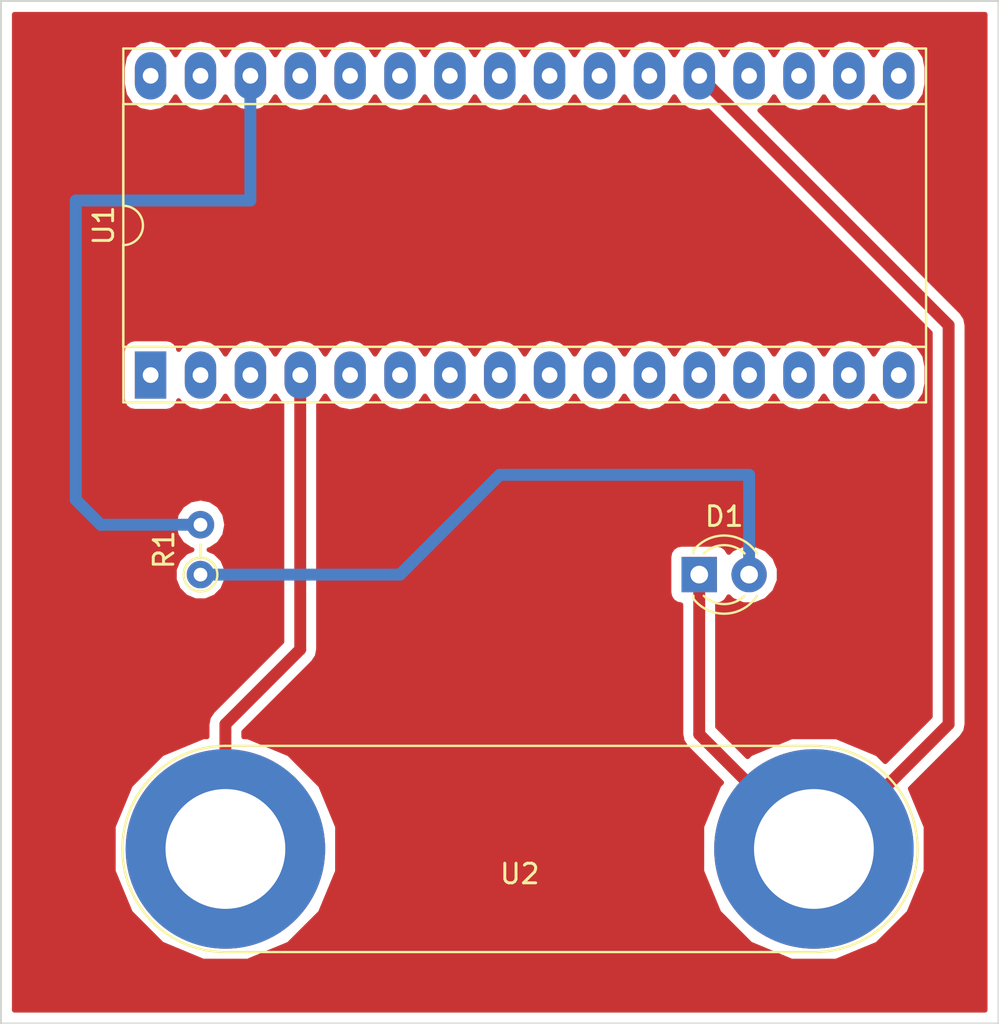
<source format=kicad_pcb>
(kicad_pcb (version 4) (host pcbnew 4.0.6)

  (general
    (links 5)
    (no_connects 0)
    (area 109.169999 96.469999 160.070001 148.640001)
    (thickness 1.6)
    (drawings 5)
    (tracks 18)
    (zones 0)
    (modules 4)
    (nets 34)
  )

  (page A4)
  (title_block
    (title "Hello Worl")
    (date 2017-04-24)
    (comment 1 "Blinking and LED with an Atmega328p")
  )

  (layers
    (0 F.Cu signal)
    (31 B.Cu signal)
    (32 B.Adhes user)
    (33 F.Adhes user)
    (34 B.Paste user)
    (35 F.Paste user)
    (36 B.SilkS user)
    (37 F.SilkS user)
    (38 B.Mask user)
    (39 F.Mask user)
    (40 Dwgs.User user)
    (41 Cmts.User user)
    (42 Eco1.User user)
    (43 Eco2.User user)
    (44 Edge.Cuts user)
    (45 Margin user)
    (46 B.CrtYd user)
    (47 F.CrtYd user)
    (48 B.Fab user)
    (49 F.Fab user)
  )

  (setup
    (last_trace_width 0.606)
    (user_trace_width 0.606)
    (trace_clearance 0.2)
    (zone_clearance 0.508)
    (zone_45_only yes)
    (trace_min 0.2)
    (segment_width 0.2)
    (edge_width 0.1)
    (via_size 0.6)
    (via_drill 0.4)
    (via_min_size 0.4)
    (via_min_drill 0.3)
    (uvia_size 0.3)
    (uvia_drill 0.1)
    (uvias_allowed no)
    (uvia_min_size 0.2)
    (uvia_min_drill 0.1)
    (pcb_text_width 0.3)
    (pcb_text_size 1.5 1.5)
    (mod_edge_width 0.15)
    (mod_text_size 1 1)
    (mod_text_width 0.15)
    (pad_size 1.5 1.5)
    (pad_drill 0.6)
    (pad_to_mask_clearance 0)
    (aux_axis_origin 0 0)
    (visible_elements FFFFFF7F)
    (pcbplotparams
      (layerselection 0x00030_80000001)
      (usegerberextensions false)
      (excludeedgelayer true)
      (linewidth 0.100000)
      (plotframeref false)
      (viasonmask false)
      (mode 1)
      (useauxorigin false)
      (hpglpennumber 1)
      (hpglpenspeed 20)
      (hpglpendiameter 15)
      (hpglpenoverlay 2)
      (psnegative false)
      (psa4output false)
      (plotreference true)
      (plotvalue true)
      (plotinvisibletext false)
      (padsonsilk false)
      (subtractmaskfromsilk false)
      (outputformat 1)
      (mirror false)
      (drillshape 1)
      (scaleselection 1)
      (outputdirectory ""))
  )

  (net 0 "")
  (net 1 GND)
  (net 2 "Net-(D1-Pad2)")
  (net 3 "Net-(R1-Pad2)")
  (net 4 "Net-(U1-Pad1)")
  (net 5 "Net-(U1-Pad17)")
  (net 6 "Net-(U1-Pad2)")
  (net 7 "Net-(U1-Pad18)")
  (net 8 "Net-(U1-Pad3)")
  (net 9 "Net-(U1-Pad19)")
  (net 10 +5V)
  (net 11 "Net-(U1-Pad20)")
  (net 12 "Net-(U1-Pad5)")
  (net 13 "Net-(U1-Pad6)")
  (net 14 "Net-(U1-Pad22)")
  (net 15 "Net-(U1-Pad7)")
  (net 16 "Net-(U1-Pad23)")
  (net 17 "Net-(U1-Pad8)")
  (net 18 "Net-(U1-Pad24)")
  (net 19 "Net-(U1-Pad9)")
  (net 20 "Net-(U1-Pad25)")
  (net 21 "Net-(U1-Pad10)")
  (net 22 "Net-(U1-Pad26)")
  (net 23 "Net-(U1-Pad11)")
  (net 24 "Net-(U1-Pad27)")
  (net 25 "Net-(U1-Pad12)")
  (net 26 "Net-(U1-Pad28)")
  (net 27 "Net-(U1-Pad13)")
  (net 28 "Net-(U1-Pad29)")
  (net 29 "Net-(U1-Pad14)")
  (net 30 "Net-(U1-Pad15)")
  (net 31 "Net-(U1-Pad31)")
  (net 32 "Net-(U1-Pad16)")
  (net 33 "Net-(U1-Pad32)")

  (net_class Default "This is the default net class."
    (clearance 0.2)
    (trace_width 0.25)
    (via_dia 0.6)
    (via_drill 0.4)
    (uvia_dia 0.3)
    (uvia_drill 0.1)
  )

  (net_class power ""
    (clearance 0.2)
    (trace_width 0.6096)
    (via_dia 0.6)
    (via_drill 0.4)
    (uvia_dia 0.3)
    (uvia_drill 0.1)
    (add_net +5V)
    (add_net GND)
    (add_net "Net-(D1-Pad2)")
    (add_net "Net-(R1-Pad2)")
    (add_net "Net-(U1-Pad1)")
    (add_net "Net-(U1-Pad10)")
    (add_net "Net-(U1-Pad11)")
    (add_net "Net-(U1-Pad12)")
    (add_net "Net-(U1-Pad13)")
    (add_net "Net-(U1-Pad14)")
    (add_net "Net-(U1-Pad15)")
    (add_net "Net-(U1-Pad16)")
    (add_net "Net-(U1-Pad17)")
    (add_net "Net-(U1-Pad18)")
    (add_net "Net-(U1-Pad19)")
    (add_net "Net-(U1-Pad2)")
    (add_net "Net-(U1-Pad20)")
    (add_net "Net-(U1-Pad22)")
    (add_net "Net-(U1-Pad23)")
    (add_net "Net-(U1-Pad24)")
    (add_net "Net-(U1-Pad25)")
    (add_net "Net-(U1-Pad26)")
    (add_net "Net-(U1-Pad27)")
    (add_net "Net-(U1-Pad28)")
    (add_net "Net-(U1-Pad29)")
    (add_net "Net-(U1-Pad3)")
    (add_net "Net-(U1-Pad31)")
    (add_net "Net-(U1-Pad32)")
    (add_net "Net-(U1-Pad5)")
    (add_net "Net-(U1-Pad6)")
    (add_net "Net-(U1-Pad7)")
    (add_net "Net-(U1-Pad8)")
    (add_net "Net-(U1-Pad9)")
  )

  (module LEDs:LED_D3.0mm (layer F.Cu) (tedit 587A3A7B) (tstamp 58FE5895)
    (at 144.78 125.73)
    (descr "LED, diameter 3.0mm, 2 pins")
    (tags "LED diameter 3.0mm 2 pins")
    (path /58FE4B9C)
    (fp_text reference D1 (at 1.27 -2.96) (layer F.SilkS)
      (effects (font (size 1 1) (thickness 0.15)))
    )
    (fp_text value LED (at 1.27 2.96) (layer F.Fab)
      (effects (font (size 1 1) (thickness 0.15)))
    )
    (fp_arc (start 1.27 0) (end -0.23 -1.16619) (angle 284.3) (layer F.Fab) (width 0.1))
    (fp_arc (start 1.27 0) (end -0.29 -1.235516) (angle 108.8) (layer F.SilkS) (width 0.12))
    (fp_arc (start 1.27 0) (end -0.29 1.235516) (angle -108.8) (layer F.SilkS) (width 0.12))
    (fp_arc (start 1.27 0) (end 0.229039 -1.08) (angle 87.9) (layer F.SilkS) (width 0.12))
    (fp_arc (start 1.27 0) (end 0.229039 1.08) (angle -87.9) (layer F.SilkS) (width 0.12))
    (fp_circle (center 1.27 0) (end 2.77 0) (layer F.Fab) (width 0.1))
    (fp_line (start -0.23 -1.16619) (end -0.23 1.16619) (layer F.Fab) (width 0.1))
    (fp_line (start -0.29 -1.236) (end -0.29 -1.08) (layer F.SilkS) (width 0.12))
    (fp_line (start -0.29 1.08) (end -0.29 1.236) (layer F.SilkS) (width 0.12))
    (fp_line (start -1.15 -2.25) (end -1.15 2.25) (layer F.CrtYd) (width 0.05))
    (fp_line (start -1.15 2.25) (end 3.7 2.25) (layer F.CrtYd) (width 0.05))
    (fp_line (start 3.7 2.25) (end 3.7 -2.25) (layer F.CrtYd) (width 0.05))
    (fp_line (start 3.7 -2.25) (end -1.15 -2.25) (layer F.CrtYd) (width 0.05))
    (pad 1 thru_hole rect (at 0 0) (size 1.8 1.8) (drill 0.9) (layers *.Cu *.Mask)
      (net 1 GND))
    (pad 2 thru_hole circle (at 2.54 0) (size 1.8 1.8) (drill 0.9) (layers *.Cu *.Mask)
      (net 2 "Net-(D1-Pad2)"))
    (model LEDs.3dshapes/LED_D3.0mm.wrl
      (at (xyz 0 0 0))
      (scale (xyz 0.393701 0.393701 0.393701))
      (rotate (xyz 0 0 0))
    )
  )

  (module Resistors_THT:R_Axial_DIN0204_L3.6mm_D1.6mm_P2.54mm_Vertical (layer F.Cu) (tedit 5874F706) (tstamp 58FE589B)
    (at 119.38 125.73 90)
    (descr "Resistor, Axial_DIN0204 series, Axial, Vertical, pin pitch=2.54mm, 0.16666666666666666W = 1/6W, length*diameter=3.6*1.6mm^2, http://cdn-reichelt.de/documents/datenblatt/B400/1_4W%23YAG.pdf")
    (tags "Resistor Axial_DIN0204 series Axial Vertical pin pitch 2.54mm 0.16666666666666666W = 1/6W length 3.6mm diameter 1.6mm")
    (path /58FE4AB2)
    (fp_text reference R1 (at 1.27 -1.86 90) (layer F.SilkS)
      (effects (font (size 1 1) (thickness 0.15)))
    )
    (fp_text value 1k (at 1.27 1.86 90) (layer F.Fab)
      (effects (font (size 1 1) (thickness 0.15)))
    )
    (fp_circle (center 0 0) (end 0.8 0) (layer F.Fab) (width 0.1))
    (fp_circle (center 0 0) (end 0.86 0) (layer F.SilkS) (width 0.12))
    (fp_line (start 0 0) (end 2.54 0) (layer F.Fab) (width 0.1))
    (fp_line (start 0.86 0) (end 1.54 0) (layer F.SilkS) (width 0.12))
    (fp_line (start -1.15 -1.15) (end -1.15 1.15) (layer F.CrtYd) (width 0.05))
    (fp_line (start -1.15 1.15) (end 3.55 1.15) (layer F.CrtYd) (width 0.05))
    (fp_line (start 3.55 1.15) (end 3.55 -1.15) (layer F.CrtYd) (width 0.05))
    (fp_line (start 3.55 -1.15) (end -1.15 -1.15) (layer F.CrtYd) (width 0.05))
    (pad 1 thru_hole circle (at 0 0 90) (size 1.4 1.4) (drill 0.7) (layers *.Cu *.Mask)
      (net 2 "Net-(D1-Pad2)"))
    (pad 2 thru_hole oval (at 2.54 0 90) (size 1.4 1.4) (drill 0.7) (layers *.Cu *.Mask)
      (net 3 "Net-(R1-Pad2)"))
    (model Resistors_THT.3dshapes/R_Axial_DIN0204_L3.6mm_D1.6mm_P2.54mm_Vertical.wrl
      (at (xyz 0 0 0))
      (scale (xyz 0.393701 0.393701 0.393701))
      (rotate (xyz 0 0 0))
    )
  )

  (module Housings_DIP:DIP-32_W15.24mm_Socket_LongPads (layer F.Cu) (tedit 586281B5) (tstamp 58FE58BF)
    (at 116.84 115.57 90)
    (descr "32-lead dip package, row spacing 15.24 mm (600 mils), Socket, LongPads")
    (tags "DIL DIP PDIP 2.54mm 15.24mm 600mil Socket LongPads")
    (path /58FE4926)
    (fp_text reference U1 (at 7.62 -2.39 90) (layer F.SilkS)
      (effects (font (size 1 1) (thickness 0.15)))
    )
    (fp_text value ATMEGA328P-AU (at 7.62 40.49 90) (layer F.Fab)
      (effects (font (size 1 1) (thickness 0.15)))
    )
    (fp_arc (start 7.62 -1.39) (end 6.62 -1.39) (angle -180) (layer F.SilkS) (width 0.12))
    (fp_line (start 1.255 -1.27) (end 14.985 -1.27) (layer F.Fab) (width 0.1))
    (fp_line (start 14.985 -1.27) (end 14.985 39.37) (layer F.Fab) (width 0.1))
    (fp_line (start 14.985 39.37) (end 0.255 39.37) (layer F.Fab) (width 0.1))
    (fp_line (start 0.255 39.37) (end 0.255 -0.27) (layer F.Fab) (width 0.1))
    (fp_line (start 0.255 -0.27) (end 1.255 -1.27) (layer F.Fab) (width 0.1))
    (fp_line (start -1.27 -1.27) (end -1.27 39.37) (layer F.Fab) (width 0.1))
    (fp_line (start -1.27 39.37) (end 16.51 39.37) (layer F.Fab) (width 0.1))
    (fp_line (start 16.51 39.37) (end 16.51 -1.27) (layer F.Fab) (width 0.1))
    (fp_line (start 16.51 -1.27) (end -1.27 -1.27) (layer F.Fab) (width 0.1))
    (fp_line (start 6.62 -1.39) (end 1.44 -1.39) (layer F.SilkS) (width 0.12))
    (fp_line (start 1.44 -1.39) (end 1.44 39.49) (layer F.SilkS) (width 0.12))
    (fp_line (start 1.44 39.49) (end 13.8 39.49) (layer F.SilkS) (width 0.12))
    (fp_line (start 13.8 39.49) (end 13.8 -1.39) (layer F.SilkS) (width 0.12))
    (fp_line (start 13.8 -1.39) (end 8.62 -1.39) (layer F.SilkS) (width 0.12))
    (fp_line (start -1.39 -1.39) (end -1.39 39.49) (layer F.SilkS) (width 0.12))
    (fp_line (start -1.39 39.49) (end 16.63 39.49) (layer F.SilkS) (width 0.12))
    (fp_line (start 16.63 39.49) (end 16.63 -1.39) (layer F.SilkS) (width 0.12))
    (fp_line (start 16.63 -1.39) (end -1.39 -1.39) (layer F.SilkS) (width 0.12))
    (fp_line (start -1.7 -1.7) (end -1.7 39.8) (layer F.CrtYd) (width 0.05))
    (fp_line (start -1.7 39.8) (end 16.9 39.8) (layer F.CrtYd) (width 0.05))
    (fp_line (start 16.9 39.8) (end 16.9 -1.7) (layer F.CrtYd) (width 0.05))
    (fp_line (start 16.9 -1.7) (end -1.7 -1.7) (layer F.CrtYd) (width 0.05))
    (pad 1 thru_hole rect (at 0 0 90) (size 2.4 1.6) (drill 0.8) (layers *.Cu *.Mask)
      (net 4 "Net-(U1-Pad1)"))
    (pad 17 thru_hole oval (at 15.24 38.1 90) (size 2.4 1.6) (drill 0.8) (layers *.Cu *.Mask)
      (net 5 "Net-(U1-Pad17)"))
    (pad 2 thru_hole oval (at 0 2.54 90) (size 2.4 1.6) (drill 0.8) (layers *.Cu *.Mask)
      (net 6 "Net-(U1-Pad2)"))
    (pad 18 thru_hole oval (at 15.24 35.56 90) (size 2.4 1.6) (drill 0.8) (layers *.Cu *.Mask)
      (net 7 "Net-(U1-Pad18)"))
    (pad 3 thru_hole oval (at 0 5.08 90) (size 2.4 1.6) (drill 0.8) (layers *.Cu *.Mask)
      (net 8 "Net-(U1-Pad3)"))
    (pad 19 thru_hole oval (at 15.24 33.02 90) (size 2.4 1.6) (drill 0.8) (layers *.Cu *.Mask)
      (net 9 "Net-(U1-Pad19)"))
    (pad 4 thru_hole oval (at 0 7.62 90) (size 2.4 1.6) (drill 0.8) (layers *.Cu *.Mask)
      (net 10 +5V))
    (pad 20 thru_hole oval (at 15.24 30.48 90) (size 2.4 1.6) (drill 0.8) (layers *.Cu *.Mask)
      (net 11 "Net-(U1-Pad20)"))
    (pad 5 thru_hole oval (at 0 10.16 90) (size 2.4 1.6) (drill 0.8) (layers *.Cu *.Mask)
      (net 12 "Net-(U1-Pad5)"))
    (pad 21 thru_hole oval (at 15.24 27.94 90) (size 2.4 1.6) (drill 0.8) (layers *.Cu *.Mask)
      (net 1 GND))
    (pad 6 thru_hole oval (at 0 12.7 90) (size 2.4 1.6) (drill 0.8) (layers *.Cu *.Mask)
      (net 13 "Net-(U1-Pad6)"))
    (pad 22 thru_hole oval (at 15.24 25.4 90) (size 2.4 1.6) (drill 0.8) (layers *.Cu *.Mask)
      (net 14 "Net-(U1-Pad22)"))
    (pad 7 thru_hole oval (at 0 15.24 90) (size 2.4 1.6) (drill 0.8) (layers *.Cu *.Mask)
      (net 15 "Net-(U1-Pad7)"))
    (pad 23 thru_hole oval (at 15.24 22.86 90) (size 2.4 1.6) (drill 0.8) (layers *.Cu *.Mask)
      (net 16 "Net-(U1-Pad23)"))
    (pad 8 thru_hole oval (at 0 17.78 90) (size 2.4 1.6) (drill 0.8) (layers *.Cu *.Mask)
      (net 17 "Net-(U1-Pad8)"))
    (pad 24 thru_hole oval (at 15.24 20.32 90) (size 2.4 1.6) (drill 0.8) (layers *.Cu *.Mask)
      (net 18 "Net-(U1-Pad24)"))
    (pad 9 thru_hole oval (at 0 20.32 90) (size 2.4 1.6) (drill 0.8) (layers *.Cu *.Mask)
      (net 19 "Net-(U1-Pad9)"))
    (pad 25 thru_hole oval (at 15.24 17.78 90) (size 2.4 1.6) (drill 0.8) (layers *.Cu *.Mask)
      (net 20 "Net-(U1-Pad25)"))
    (pad 10 thru_hole oval (at 0 22.86 90) (size 2.4 1.6) (drill 0.8) (layers *.Cu *.Mask)
      (net 21 "Net-(U1-Pad10)"))
    (pad 26 thru_hole oval (at 15.24 15.24 90) (size 2.4 1.6) (drill 0.8) (layers *.Cu *.Mask)
      (net 22 "Net-(U1-Pad26)"))
    (pad 11 thru_hole oval (at 0 25.4 90) (size 2.4 1.6) (drill 0.8) (layers *.Cu *.Mask)
      (net 23 "Net-(U1-Pad11)"))
    (pad 27 thru_hole oval (at 15.24 12.7 90) (size 2.4 1.6) (drill 0.8) (layers *.Cu *.Mask)
      (net 24 "Net-(U1-Pad27)"))
    (pad 12 thru_hole oval (at 0 27.94 90) (size 2.4 1.6) (drill 0.8) (layers *.Cu *.Mask)
      (net 25 "Net-(U1-Pad12)"))
    (pad 28 thru_hole oval (at 15.24 10.16 90) (size 2.4 1.6) (drill 0.8) (layers *.Cu *.Mask)
      (net 26 "Net-(U1-Pad28)"))
    (pad 13 thru_hole oval (at 0 30.48 90) (size 2.4 1.6) (drill 0.8) (layers *.Cu *.Mask)
      (net 27 "Net-(U1-Pad13)"))
    (pad 29 thru_hole oval (at 15.24 7.62 90) (size 2.4 1.6) (drill 0.8) (layers *.Cu *.Mask)
      (net 28 "Net-(U1-Pad29)"))
    (pad 14 thru_hole oval (at 0 33.02 90) (size 2.4 1.6) (drill 0.8) (layers *.Cu *.Mask)
      (net 29 "Net-(U1-Pad14)"))
    (pad 30 thru_hole oval (at 15.24 5.08 90) (size 2.4 1.6) (drill 0.8) (layers *.Cu *.Mask)
      (net 3 "Net-(R1-Pad2)"))
    (pad 15 thru_hole oval (at 0 35.56 90) (size 2.4 1.6) (drill 0.8) (layers *.Cu *.Mask)
      (net 30 "Net-(U1-Pad15)"))
    (pad 31 thru_hole oval (at 15.24 2.54 90) (size 2.4 1.6) (drill 0.8) (layers *.Cu *.Mask)
      (net 31 "Net-(U1-Pad31)"))
    (pad 16 thru_hole oval (at 0 38.1 90) (size 2.4 1.6) (drill 0.8) (layers *.Cu *.Mask)
      (net 32 "Net-(U1-Pad16)"))
    (pad 32 thru_hole oval (at 15.24 0 90) (size 2.4 1.6) (drill 0.8) (layers *.Cu *.Mask)
      (net 33 "Net-(U1-Pad32)"))
    (model Housings_DIP.3dshapes/DIP-32_W15.24mm_Socket_LongPads.wrl
      (at (xyz 0 0 0))
      (scale (xyz 1 1 1))
      (rotate (xyz 0 0 0))
    )
  )

  (module Connectors:Banana_Jack_2Pin (layer F.Cu) (tedit 58613A91) (tstamp 58FE5FA3)
    (at 120.65 139.7)
    (descr "Dual banana socket, footprint - 2 x 6mm drills")
    (tags "banana socket")
    (path /58FE635C)
    (fp_text reference U2 (at 14.99 1.27) (layer F.SilkS)
      (effects (font (size 1 1) (thickness 0.15)))
    )
    (fp_text value myConn2 (at 14.99 -1.27) (layer F.Fab)
      (effects (font (size 1 1) (thickness 0.15)))
    )
    (fp_line (start 30 -5.5) (end 0 -5.5) (layer F.CrtYd) (width 0.05))
    (fp_line (start 0 5.5) (end 30 5.5) (layer F.CrtYd) (width 0.05))
    (fp_line (start 0 5.25) (end 30 5.25) (layer F.SilkS) (width 0.12))
    (fp_line (start 30 -5.25) (end 0 -5.25) (layer F.SilkS) (width 0.12))
    (fp_circle (center 30 0) (end 32 0) (layer F.Fab) (width 0.1))
    (fp_circle (center 0 0) (end 2 0) (layer F.Fab) (width 0.1))
    (fp_circle (center 0 0) (end 4.75 0) (layer F.Fab) (width 0.1))
    (fp_circle (center 30 0) (end 34.75 0) (layer F.Fab) (width 0.1))
    (fp_arc (start 0 0) (end 0 5.5) (angle 180) (layer F.CrtYd) (width 0.05))
    (fp_arc (start 30 0) (end 30 -5.5) (angle 180) (layer F.CrtYd) (width 0.05))
    (fp_arc (start 30 0) (end 30 -5.25) (angle 180) (layer F.SilkS) (width 0.12))
    (fp_arc (start 0 0) (end 0 5.25) (angle 180) (layer F.SilkS) (width 0.12))
    (pad 1 thru_hole circle (at 0 0) (size 10.16 10.16) (drill 6.1) (layers *.Cu *.Mask)
      (net 10 +5V))
    (pad 2 thru_hole circle (at 29.97 0) (size 10.16 10.16) (drill 6.1) (layers *.Cu *.Mask)
      (net 1 GND))
    (model Connectors.3dshapes/Banana_Jack_2Pin.wrl
      (at (xyz 0.59 0 0))
      (scale (xyz 2 2 2))
      (rotate (xyz 0 0 0))
    )
  )

  (gr_line (start 109.22 96.52) (end 109.22 99.06) (angle 90) (layer Edge.Cuts) (width 0.1))
  (gr_line (start 160.02 96.52) (end 109.22 96.52) (angle 90) (layer Edge.Cuts) (width 0.1))
  (gr_line (start 160.02 148.59) (end 160.02 96.52) (angle 90) (layer Edge.Cuts) (width 0.1))
  (gr_line (start 109.22 148.59) (end 160.02 148.59) (angle 90) (layer Edge.Cuts) (width 0.1))
  (gr_line (start 109.22 99.06) (end 109.22 148.59) (angle 90) (layer Edge.Cuts) (width 0.1))

  (segment (start 157.48 133.35) (end 157.48 113.03) (width 0.606) (layer F.Cu) (net 1))
  (segment (start 151.13 139.7) (end 157.48 133.35) (width 0.606) (layer F.Cu) (net 1) (tstamp 58FE6C79) (status 400000))
  (segment (start 157.48 113.03) (end 144.78 100.33) (width 0.606) (layer F.Cu) (net 1) (tstamp 58FE6C7F) (status 800000))
  (segment (start 150.62 139.7) (end 151.13 139.7) (width 0.606) (layer F.Cu) (net 1) (status C00000))
  (segment (start 144.78 125.73) (end 144.78 133.86) (width 0.606) (layer F.Cu) (net 1) (status 400000))
  (segment (start 144.78 133.86) (end 150.62 139.7) (width 0.606) (layer F.Cu) (net 1) (tstamp 58FE6A4F) (status 800000))
  (segment (start 147.32 125.73) (end 147.32 120.65) (width 0.606) (layer B.Cu) (net 2) (status 400000))
  (segment (start 129.54 125.73) (end 119.38 125.73) (width 0.606) (layer B.Cu) (net 2) (tstamp 58FE6965) (status 800000))
  (segment (start 134.62 120.65) (end 129.54 125.73) (width 0.606) (layer B.Cu) (net 2) (tstamp 58FE6962))
  (segment (start 147.32 120.65) (end 134.62 120.65) (width 0.606) (layer B.Cu) (net 2) (tstamp 58FE6961))
  (segment (start 119.38 123.19) (end 114.3 123.19) (width 0.606) (layer B.Cu) (net 3) (status 400000))
  (segment (start 121.92 106.68) (end 121.92 100.33) (width 0.606) (layer B.Cu) (net 3) (tstamp 58FE6984) (status 800000))
  (segment (start 113.03 106.68) (end 121.92 106.68) (width 0.606) (layer B.Cu) (net 3) (tstamp 58FE6983))
  (segment (start 113.03 121.92) (end 113.03 106.68) (width 0.606) (layer B.Cu) (net 3) (tstamp 58FE6981))
  (segment (start 114.3 123.19) (end 113.03 121.92) (width 0.606) (layer B.Cu) (net 3) (tstamp 58FE697F))
  (segment (start 120.65 139.7) (end 120.65 133.35) (width 0.606) (layer F.Cu) (net 10) (status 400000))
  (segment (start 124.46 129.54) (end 124.46 115.57) (width 0.606) (layer F.Cu) (net 10) (tstamp 58FE6279) (status 800000))
  (segment (start 120.65 133.35) (end 124.46 129.54) (width 0.606) (layer F.Cu) (net 10) (tstamp 58FE6274))

  (zone (net 0) (net_name "") (layer F.Cu) (tstamp 58FE6CAB) (hatch edge 0.508)
    (connect_pads (clearance 0.508))
    (min_thickness 0.254)
    (fill yes (arc_segments 16) (thermal_gap 0.508) (thermal_bridge_width 0.508))
    (polygon
      (pts
        (xy 160.02 148.59) (xy 109.22 148.59) (xy 109.22 96.52) (xy 160.02 96.52)
      )
    )
    (filled_polygon
      (pts
        (xy 159.335 147.905) (xy 109.905 147.905) (xy 109.905 140.831796) (xy 114.934011 140.831796) (xy 115.802234 142.933058)
        (xy 117.408486 144.542116) (xy 119.508229 145.414005) (xy 121.781796 145.415989) (xy 123.883058 144.547766) (xy 125.492116 142.941514)
        (xy 126.364005 140.841771) (xy 126.365989 138.568204) (xy 125.497766 136.466942) (xy 123.891514 134.857884) (xy 121.791771 133.985995)
        (xy 121.588 133.985817) (xy 121.588 133.738532) (xy 125.123266 130.203266) (xy 125.326599 129.898957) (xy 125.398 129.54)
        (xy 125.398 117.071896) (xy 125.474698 117.020648) (xy 125.73 116.638562) (xy 125.985302 117.020648) (xy 126.450849 117.331717)
        (xy 127 117.44095) (xy 127.549151 117.331717) (xy 128.014698 117.020648) (xy 128.27 116.638562) (xy 128.525302 117.020648)
        (xy 128.990849 117.331717) (xy 129.54 117.44095) (xy 130.089151 117.331717) (xy 130.554698 117.020648) (xy 130.81 116.638562)
        (xy 131.065302 117.020648) (xy 131.530849 117.331717) (xy 132.08 117.44095) (xy 132.629151 117.331717) (xy 133.094698 117.020648)
        (xy 133.35 116.638562) (xy 133.605302 117.020648) (xy 134.070849 117.331717) (xy 134.62 117.44095) (xy 135.169151 117.331717)
        (xy 135.634698 117.020648) (xy 135.89 116.638562) (xy 136.145302 117.020648) (xy 136.610849 117.331717) (xy 137.16 117.44095)
        (xy 137.709151 117.331717) (xy 138.174698 117.020648) (xy 138.43 116.638562) (xy 138.685302 117.020648) (xy 139.150849 117.331717)
        (xy 139.7 117.44095) (xy 140.249151 117.331717) (xy 140.714698 117.020648) (xy 140.97 116.638562) (xy 141.225302 117.020648)
        (xy 141.690849 117.331717) (xy 142.24 117.44095) (xy 142.789151 117.331717) (xy 143.254698 117.020648) (xy 143.51 116.638562)
        (xy 143.765302 117.020648) (xy 144.230849 117.331717) (xy 144.78 117.44095) (xy 145.329151 117.331717) (xy 145.794698 117.020648)
        (xy 146.05 116.638562) (xy 146.305302 117.020648) (xy 146.770849 117.331717) (xy 147.32 117.44095) (xy 147.869151 117.331717)
        (xy 148.334698 117.020648) (xy 148.59 116.638562) (xy 148.845302 117.020648) (xy 149.310849 117.331717) (xy 149.86 117.44095)
        (xy 150.409151 117.331717) (xy 150.874698 117.020648) (xy 151.13 116.638562) (xy 151.385302 117.020648) (xy 151.850849 117.331717)
        (xy 152.4 117.44095) (xy 152.949151 117.331717) (xy 153.414698 117.020648) (xy 153.67 116.638562) (xy 153.925302 117.020648)
        (xy 154.390849 117.331717) (xy 154.94 117.44095) (xy 155.489151 117.331717) (xy 155.954698 117.020648) (xy 156.265767 116.555101)
        (xy 156.375 116.00595) (xy 156.375 115.13405) (xy 156.265767 114.584899) (xy 155.954698 114.119352) (xy 155.489151 113.808283)
        (xy 154.94 113.69905) (xy 154.390849 113.808283) (xy 153.925302 114.119352) (xy 153.67 114.501438) (xy 153.414698 114.119352)
        (xy 152.949151 113.808283) (xy 152.4 113.69905) (xy 151.850849 113.808283) (xy 151.385302 114.119352) (xy 151.13 114.501438)
        (xy 150.874698 114.119352) (xy 150.409151 113.808283) (xy 149.86 113.69905) (xy 149.310849 113.808283) (xy 148.845302 114.119352)
        (xy 148.59 114.501438) (xy 148.334698 114.119352) (xy 147.869151 113.808283) (xy 147.32 113.69905) (xy 146.770849 113.808283)
        (xy 146.305302 114.119352) (xy 146.05 114.501438) (xy 145.794698 114.119352) (xy 145.329151 113.808283) (xy 144.78 113.69905)
        (xy 144.230849 113.808283) (xy 143.765302 114.119352) (xy 143.51 114.501438) (xy 143.254698 114.119352) (xy 142.789151 113.808283)
        (xy 142.24 113.69905) (xy 141.690849 113.808283) (xy 141.225302 114.119352) (xy 140.97 114.501438) (xy 140.714698 114.119352)
        (xy 140.249151 113.808283) (xy 139.7 113.69905) (xy 139.150849 113.808283) (xy 138.685302 114.119352) (xy 138.43 114.501438)
        (xy 138.174698 114.119352) (xy 137.709151 113.808283) (xy 137.16 113.69905) (xy 136.610849 113.808283) (xy 136.145302 114.119352)
        (xy 135.89 114.501438) (xy 135.634698 114.119352) (xy 135.169151 113.808283) (xy 134.62 113.69905) (xy 134.070849 113.808283)
        (xy 133.605302 114.119352) (xy 133.35 114.501438) (xy 133.094698 114.119352) (xy 132.629151 113.808283) (xy 132.08 113.69905)
        (xy 131.530849 113.808283) (xy 131.065302 114.119352) (xy 130.81 114.501438) (xy 130.554698 114.119352) (xy 130.089151 113.808283)
        (xy 129.54 113.69905) (xy 128.990849 113.808283) (xy 128.525302 114.119352) (xy 128.27 114.501438) (xy 128.014698 114.119352)
        (xy 127.549151 113.808283) (xy 127 113.69905) (xy 126.450849 113.808283) (xy 125.985302 114.119352) (xy 125.73 114.501438)
        (xy 125.474698 114.119352) (xy 125.009151 113.808283) (xy 124.46 113.69905) (xy 123.910849 113.808283) (xy 123.445302 114.119352)
        (xy 123.19 114.501438) (xy 122.934698 114.119352) (xy 122.469151 113.808283) (xy 121.92 113.69905) (xy 121.370849 113.808283)
        (xy 120.905302 114.119352) (xy 120.65 114.501438) (xy 120.394698 114.119352) (xy 119.929151 113.808283) (xy 119.38 113.69905)
        (xy 118.830849 113.808283) (xy 118.365302 114.119352) (xy 118.267749 114.26535) (xy 118.243162 114.134683) (xy 118.10409 113.918559)
        (xy 117.89189 113.773569) (xy 117.64 113.72256) (xy 116.04 113.72256) (xy 115.804683 113.766838) (xy 115.588559 113.90591)
        (xy 115.443569 114.11811) (xy 115.39256 114.37) (xy 115.39256 116.77) (xy 115.436838 117.005317) (xy 115.57591 117.221441)
        (xy 115.78811 117.366431) (xy 116.04 117.41744) (xy 117.64 117.41744) (xy 117.875317 117.373162) (xy 118.091441 117.23409)
        (xy 118.236431 117.02189) (xy 118.266597 116.872926) (xy 118.365302 117.020648) (xy 118.830849 117.331717) (xy 119.38 117.44095)
        (xy 119.929151 117.331717) (xy 120.394698 117.020648) (xy 120.65 116.638562) (xy 120.905302 117.020648) (xy 121.370849 117.331717)
        (xy 121.92 117.44095) (xy 122.469151 117.331717) (xy 122.934698 117.020648) (xy 123.19 116.638562) (xy 123.445302 117.020648)
        (xy 123.522 117.071896) (xy 123.522 129.151468) (xy 119.986734 132.686734) (xy 119.783401 132.991043) (xy 119.712 133.35)
        (xy 119.712 133.98418) (xy 119.518204 133.984011) (xy 117.416942 134.852234) (xy 115.807884 136.458486) (xy 114.935995 138.558229)
        (xy 114.934011 140.831796) (xy 109.905 140.831796) (xy 109.905 125.994383) (xy 118.044769 125.994383) (xy 118.247582 126.485229)
        (xy 118.622796 126.861098) (xy 119.113287 127.064768) (xy 119.644383 127.065231) (xy 120.135229 126.862418) (xy 120.511098 126.487204)
        (xy 120.714768 125.996713) (xy 120.715231 125.465617) (xy 120.512418 124.974771) (xy 120.137204 124.598902) (xy 119.814212 124.464784)
        (xy 119.890882 124.449533) (xy 120.323988 124.160142) (xy 120.613379 123.727036) (xy 120.715 123.216154) (xy 120.715 123.163846)
        (xy 120.613379 122.652964) (xy 120.323988 122.219858) (xy 119.890882 121.930467) (xy 119.38 121.828846) (xy 118.869118 121.930467)
        (xy 118.436012 122.219858) (xy 118.146621 122.652964) (xy 118.045 123.163846) (xy 118.045 123.216154) (xy 118.146621 123.727036)
        (xy 118.436012 124.160142) (xy 118.869118 124.449533) (xy 118.946045 124.464835) (xy 118.624771 124.597582) (xy 118.248902 124.972796)
        (xy 118.045232 125.463287) (xy 118.044769 125.994383) (xy 109.905 125.994383) (xy 109.905 99.89405) (xy 115.405 99.89405)
        (xy 115.405 100.76595) (xy 115.514233 101.315101) (xy 115.825302 101.780648) (xy 116.290849 102.091717) (xy 116.84 102.20095)
        (xy 117.389151 102.091717) (xy 117.854698 101.780648) (xy 118.11 101.398562) (xy 118.365302 101.780648) (xy 118.830849 102.091717)
        (xy 119.38 102.20095) (xy 119.929151 102.091717) (xy 120.394698 101.780648) (xy 120.65 101.398562) (xy 120.905302 101.780648)
        (xy 121.370849 102.091717) (xy 121.92 102.20095) (xy 122.469151 102.091717) (xy 122.934698 101.780648) (xy 123.19 101.398562)
        (xy 123.445302 101.780648) (xy 123.910849 102.091717) (xy 124.46 102.20095) (xy 125.009151 102.091717) (xy 125.474698 101.780648)
        (xy 125.73 101.398562) (xy 125.985302 101.780648) (xy 126.450849 102.091717) (xy 127 102.20095) (xy 127.549151 102.091717)
        (xy 128.014698 101.780648) (xy 128.27 101.398562) (xy 128.525302 101.780648) (xy 128.990849 102.091717) (xy 129.54 102.20095)
        (xy 130.089151 102.091717) (xy 130.554698 101.780648) (xy 130.81 101.398562) (xy 131.065302 101.780648) (xy 131.530849 102.091717)
        (xy 132.08 102.20095) (xy 132.629151 102.091717) (xy 133.094698 101.780648) (xy 133.35 101.398562) (xy 133.605302 101.780648)
        (xy 134.070849 102.091717) (xy 134.62 102.20095) (xy 135.169151 102.091717) (xy 135.634698 101.780648) (xy 135.89 101.398562)
        (xy 136.145302 101.780648) (xy 136.610849 102.091717) (xy 137.16 102.20095) (xy 137.709151 102.091717) (xy 138.174698 101.780648)
        (xy 138.43 101.398562) (xy 138.685302 101.780648) (xy 139.150849 102.091717) (xy 139.7 102.20095) (xy 140.249151 102.091717)
        (xy 140.714698 101.780648) (xy 140.97 101.398562) (xy 141.225302 101.780648) (xy 141.690849 102.091717) (xy 142.24 102.20095)
        (xy 142.789151 102.091717) (xy 143.254698 101.780648) (xy 143.51 101.398562) (xy 143.765302 101.780648) (xy 144.230849 102.091717)
        (xy 144.78 102.20095) (xy 145.234093 102.110625) (xy 156.542 113.418532) (xy 156.542 132.961468) (xy 154.253207 135.250261)
        (xy 153.861514 134.857884) (xy 151.761771 133.985995) (xy 149.488204 133.984011) (xy 147.386942 134.852234) (xy 147.242728 134.996196)
        (xy 145.718 133.471468) (xy 145.718 127.27029) (xy 145.915317 127.233162) (xy 146.131441 127.09409) (xy 146.276431 126.88189)
        (xy 146.280567 126.861466) (xy 146.449357 127.030551) (xy 147.01333 127.264733) (xy 147.623991 127.265265) (xy 148.188371 127.032068)
        (xy 148.620551 126.600643) (xy 148.854733 126.03667) (xy 148.855265 125.426009) (xy 148.622068 124.861629) (xy 148.190643 124.429449)
        (xy 147.62667 124.195267) (xy 147.016009 124.194735) (xy 146.451629 124.427932) (xy 146.283387 124.59588) (xy 146.283162 124.594683)
        (xy 146.14409 124.378559) (xy 145.93189 124.233569) (xy 145.68 124.18256) (xy 143.88 124.18256) (xy 143.644683 124.226838)
        (xy 143.428559 124.36591) (xy 143.283569 124.57811) (xy 143.23256 124.83) (xy 143.23256 126.63) (xy 143.276838 126.865317)
        (xy 143.41591 127.081441) (xy 143.62811 127.226431) (xy 143.842 127.269745) (xy 143.842 133.86) (xy 143.913401 134.218957)
        (xy 144.116734 134.523266) (xy 145.915039 136.321571) (xy 145.777884 136.458486) (xy 144.905995 138.558229) (xy 144.904011 140.831796)
        (xy 145.772234 142.933058) (xy 147.378486 144.542116) (xy 149.478229 145.414005) (xy 151.751796 145.415989) (xy 153.853058 144.547766)
        (xy 155.462116 142.941514) (xy 156.334005 140.841771) (xy 156.335989 138.568204) (xy 155.532623 136.623909) (xy 158.143266 134.013266)
        (xy 158.346599 133.708957) (xy 158.418 133.35) (xy 158.418 113.03) (xy 158.346599 112.671043) (xy 158.143266 112.366734)
        (xy 147.868399 102.091867) (xy 147.869151 102.091717) (xy 148.334698 101.780648) (xy 148.59 101.398562) (xy 148.845302 101.780648)
        (xy 149.310849 102.091717) (xy 149.86 102.20095) (xy 150.409151 102.091717) (xy 150.874698 101.780648) (xy 151.13 101.398562)
        (xy 151.385302 101.780648) (xy 151.850849 102.091717) (xy 152.4 102.20095) (xy 152.949151 102.091717) (xy 153.414698 101.780648)
        (xy 153.67 101.398562) (xy 153.925302 101.780648) (xy 154.390849 102.091717) (xy 154.94 102.20095) (xy 155.489151 102.091717)
        (xy 155.954698 101.780648) (xy 156.265767 101.315101) (xy 156.375 100.76595) (xy 156.375 99.89405) (xy 156.265767 99.344899)
        (xy 155.954698 98.879352) (xy 155.489151 98.568283) (xy 154.94 98.45905) (xy 154.390849 98.568283) (xy 153.925302 98.879352)
        (xy 153.67 99.261438) (xy 153.414698 98.879352) (xy 152.949151 98.568283) (xy 152.4 98.45905) (xy 151.850849 98.568283)
        (xy 151.385302 98.879352) (xy 151.13 99.261438) (xy 150.874698 98.879352) (xy 150.409151 98.568283) (xy 149.86 98.45905)
        (xy 149.310849 98.568283) (xy 148.845302 98.879352) (xy 148.59 99.261438) (xy 148.334698 98.879352) (xy 147.869151 98.568283)
        (xy 147.32 98.45905) (xy 146.770849 98.568283) (xy 146.305302 98.879352) (xy 146.05 99.261438) (xy 145.794698 98.879352)
        (xy 145.329151 98.568283) (xy 144.78 98.45905) (xy 144.230849 98.568283) (xy 143.765302 98.879352) (xy 143.51 99.261438)
        (xy 143.254698 98.879352) (xy 142.789151 98.568283) (xy 142.24 98.45905) (xy 141.690849 98.568283) (xy 141.225302 98.879352)
        (xy 140.97 99.261438) (xy 140.714698 98.879352) (xy 140.249151 98.568283) (xy 139.7 98.45905) (xy 139.150849 98.568283)
        (xy 138.685302 98.879352) (xy 138.43 99.261438) (xy 138.174698 98.879352) (xy 137.709151 98.568283) (xy 137.16 98.45905)
        (xy 136.610849 98.568283) (xy 136.145302 98.879352) (xy 135.89 99.261438) (xy 135.634698 98.879352) (xy 135.169151 98.568283)
        (xy 134.62 98.45905) (xy 134.070849 98.568283) (xy 133.605302 98.879352) (xy 133.35 99.261438) (xy 133.094698 98.879352)
        (xy 132.629151 98.568283) (xy 132.08 98.45905) (xy 131.530849 98.568283) (xy 131.065302 98.879352) (xy 130.81 99.261438)
        (xy 130.554698 98.879352) (xy 130.089151 98.568283) (xy 129.54 98.45905) (xy 128.990849 98.568283) (xy 128.525302 98.879352)
        (xy 128.27 99.261438) (xy 128.014698 98.879352) (xy 127.549151 98.568283) (xy 127 98.45905) (xy 126.450849 98.568283)
        (xy 125.985302 98.879352) (xy 125.73 99.261438) (xy 125.474698 98.879352) (xy 125.009151 98.568283) (xy 124.46 98.45905)
        (xy 123.910849 98.568283) (xy 123.445302 98.879352) (xy 123.19 99.261438) (xy 122.934698 98.879352) (xy 122.469151 98.568283)
        (xy 121.92 98.45905) (xy 121.370849 98.568283) (xy 120.905302 98.879352) (xy 120.65 99.261438) (xy 120.394698 98.879352)
        (xy 119.929151 98.568283) (xy 119.38 98.45905) (xy 118.830849 98.568283) (xy 118.365302 98.879352) (xy 118.11 99.261438)
        (xy 117.854698 98.879352) (xy 117.389151 98.568283) (xy 116.84 98.45905) (xy 116.290849 98.568283) (xy 115.825302 98.879352)
        (xy 115.514233 99.344899) (xy 115.405 99.89405) (xy 109.905 99.89405) (xy 109.905 97.205) (xy 159.335 97.205)
      )
    )
  )
)

</source>
